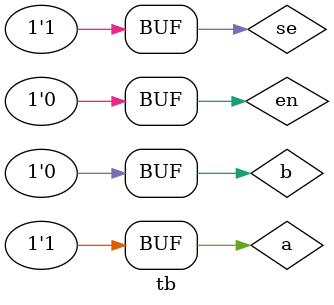
<source format=v>
`timescale 1ns/1ps
`include "mux_2to1.v"

module tb();
    reg a, b, se, en; // Kind of a data type, store data
    wire y;

    mux_2to1 uut(.a(a), .b(b), .se(se), .en(en), .y(y));
    initial begin
      a = 1'b1;
      b = 1'b0;
      se = 1'b1;
      en = 1;
      // Dump waveform data (for GTKWave)
      $dumpfile("dump.vcd");
      $dumpvars(0, tb); // tb name of the module

      #10; a = 1'b0; b = 1'b0; se = 1'b1; // will have delay of 10 ns, as timescale is set to nano seconds
      #10; a = 1'b1; b = 1'b0; se = 1'b1;
      #10; a = 1'b1; b = 1'b0; se = 1'b1;
      #10; a = 1'b1; b = 1'b0; se = 1'b1;

      en = 0;

      #10; a = 1'b0; b = 1'b0; se = 1'b1;
      #10; a = 1'b1; b = 1'b0; se = 1'b1;
      #10; a = 1'b1; b = 1'b0; se = 1'b1;
      #10; a = 1'b1; b = 1'b0; se = 1'b1;

    end

    initial begin
        // Monitor continously monitors the signal
        // Expected: a = 0, y = 1
        $monitor("se = %b, y = %b", se, y); // %b is a syntax used.
    end

endmodule
</source>
